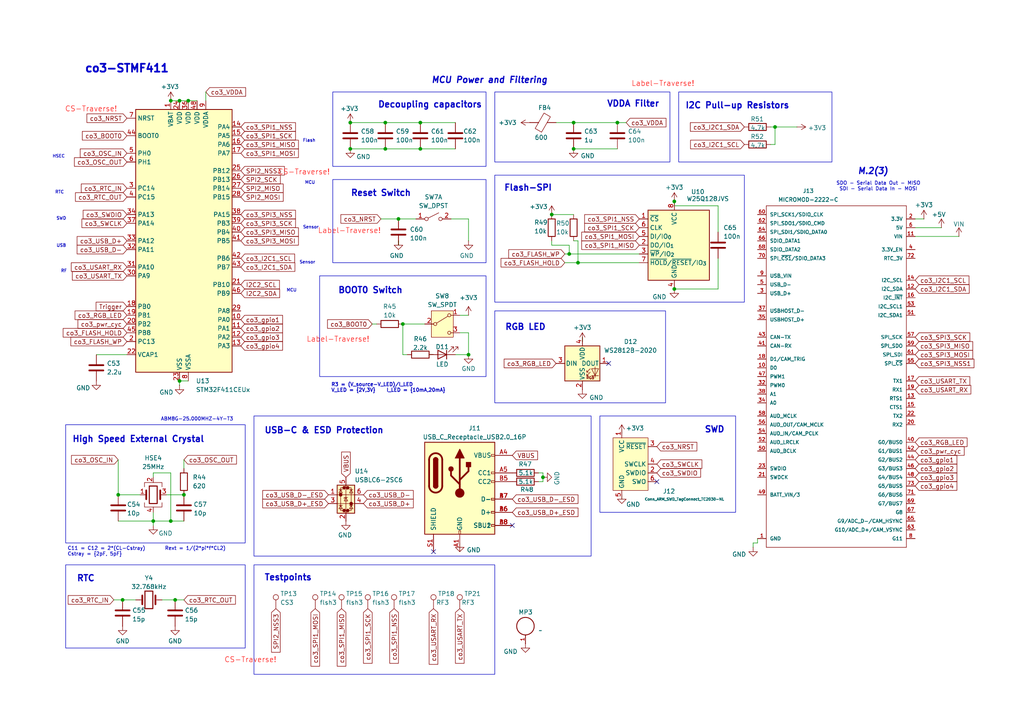
<source format=kicad_sch>
(kicad_sch (version 20250114) (generator "eeschema") (generator_version "9.0")
  (paper "A4")
  (rectangle (start 73.66 163.83) (end 143.51 195.58))
  (rectangle (start 96.52 52.07) (end 140.97 76.2))
  (rectangle (start 143.51 90.17) (end 193.04 116.84))
  (rectangle (start 92.71 80.01) (end 140.97 109.22))
  (rectangle (start 143.51 26.67) (end 194.31 46.99))
  (rectangle (start 19.05 163.83) (end 71.12 187.96))
  (rectangle (start 19.05 123.19) (end 71.12 157.48))
  (rectangle (start 143.51 50.8) (end 215.9 87.63))
  (rectangle (start 196.85 26.67) (end 241.3 46.99))
  (rectangle (start 173.99 120.65) (end 213.36 148.59))
  (rectangle (start 96.52 26.67) (end 140.97 48.26))
  (rectangle (start 73.66 120.65) (end 171.45 161.29))
  (text "Sensor" (at 90.17 66.04 0) (effects (font (size 0.889 0.889))))
  (text "co3-STMF411\n\n" (at 36.83 21.844 0) (effects (font (size 2.286 2.286) (thickness 0.508) (bold yes))))
  (text "USB\n" (at 17.78 71.374 0) (effects (font (size 0.889 0.889))))
  (text "Label-Traverse!\n" (at 192.278 24.384 0) (effects (font (size 1.524 1.524))))
  (text "CS-Traverse!\n" (at 88.138 50.038 0) (effects (font (size 1.524 1.524))))
  (text "SWD\n" (at 207.264 124.714 0) (effects (font (size 1.778 1.778) (thickness 0.3556) (bold yes))))
  (text "Decoupling capacitors\n" (at 124.714 30.48 0) (effects (font (size 1.778 1.778) (thickness 0.3556) (bold yes))))
  (text "CS-Traverse!\n" (at 72.644 191.516 0) (effects (font (size 1.524 1.524))))
  (text "Label-Traverse!\n" (at 101.346 67.056 0) (effects (font (size 1.524 1.524))))
  (text "Testpoints" (at 83.566 167.64 0) (effects (font (size 1.778 1.778) (thickness 0.3556) (bold yes))))
  (text "C11 = C12 = 2*(CL-Cstray)	Rext = 1/(2*pi*f*CL2)\nCstray = {2pF, 5pF}" (at 19.558 160.02 0) (effects (font (size 1.016 1.016) (thickness 0.1588)) (justify left)))
  (text "HSEC" (at 17.018 45.466 0) (effects (font (size 0.889 0.889))))
  (text "Sensor" (at 89.154 76.2 0) (effects (font (size 0.889 0.889))))
  (text "Flash-SPI" (at 153.162 54.61 0) (effects (font (size 1.778 1.778) (thickness 0.3556) (bold yes))))
  (text "BOOT0 Switch" (at 107.442 84.328 0) (effects (font (size 1.778 1.778) (thickness 0.3556) (bold yes))))
  (text "Reset Switch\n" (at 110.49 56.134 0) (effects (font (size 1.778 1.778) (thickness 0.3556) (bold yes))))
  (text "Label-Traverse!\n" (at 98.044 98.552 0) (effects (font (size 1.524 1.524))))
  (text "I2C Pull-up Resistors" (at 213.868 30.734 0) (effects (font (size 1.778 1.778) (thickness 0.3556) (bold yes))))
  (text "VDDA Filter\n" (at 183.642 30.226 0) (effects (font (size 1.778 1.778) (thickness 0.3556) (bold yes))))
  (text "High Speed External Crystal" (at 40.132 127.508 0) (effects (font (size 1.778 1.778) (thickness 0.3556) (bold yes))))
  (text "M.2(3)\n" (at 253.238 49.784 0) (effects (font (size 1.778 1.778) (thickness 0.3556) (bold yes) (italic yes))))
  (text "SWD" (at 17.78 63.5 0) (effects (font (size 0.889 0.889))))
  (text "Flash" (at 89.662 40.894 0) (effects (font (size 0.889 0.889))))
  (text "MCU" (at 89.916 53.086 0) (effects (font (size 0.889 0.889))))
  (text "RGB LED" (at 152.4 94.996 0) (effects (font (size 1.778 1.778) (thickness 0.3556) (bold yes))))
  (text "RF" (at 18.542 78.74 0) (effects (font (size 0.889 0.889))))
  (text "ABM8G-25.000MHZ-4Y-T3\n" (at 57.15 121.666 0) (effects (font (size 1.016 1.016) (thickness 0.1588))))
  (text "MCU Power and Filtering" (at 141.986 23.368 0) (effects (font (size 1.778 1.778) (thickness 0.3556) (bold yes) (italic yes))))
  (text "SDO - Serial Data Out - MISO\nSDI - Serial Data In - MOSI" (at 254.762 54.102 0) (effects (font (size 1.016 1.016))))
  (text "R3 = (V_source-V_LED)/I_LED\nV_LED = {2V,3V}	I_LED = {10mA,20mA}" (at 96.012 112.522 0) (effects (font (size 1.016 1.016) (thickness 0.2032) (bold yes)) (justify left)))
  (text "RTC\n" (at 24.892 167.894 0) (effects (font (size 1.778 1.778) (thickness 0.3556) (bold yes))))
  (text "CS-Traverse!\n" (at 26.416 31.75 0) (effects (font (size 1.524 1.524))))
  (text "RTC" (at 17.272 55.88 0) (effects (font (size 0.889 0.889))))
  (text "MCU" (at 84.582 84.328 0) (effects (font (size 0.889 0.889))))
  (text "USB-C & ESD Protection\n" (at 93.98 124.968 0) (effects (font (size 1.778 1.778) (thickness 0.3556) (bold yes))))
  (junction (at 135.89 102.87))
  (junction (at 35.56 173.99))
  (junction (at 44.45 151.13))
  (junction (at 224.79 36.83))
  (junction (at 50.8 173.99))
  (junction (at 160.02 62.23))
  (junction (at 52.07 29.21))
  (junction (at 121.92 43.18))
  (junction (at 195.58 83.82))
  (junction (at 195.58 58.42))
  (junction (at 101.6 35.56))
  (junction (at 157.48 138.43))
  (junction (at 101.6 43.18))
  (junction (at 53.34 143.51))
  (junction (at 121.92 35.56))
  (junction (at 167.64 76.2))
  (junction (at 115.57 63.5))
  (junction (at 111.76 35.56))
  (junction (at 52.07 110.49))
  (junction (at 49.53 151.13))
  (junction (at 49.53 29.21))
  (junction (at 165.1 73.66))
  (junction (at 166.37 35.56))
  (junction (at 54.61 29.21))
  (junction (at 111.76 43.18))
  (junction (at 179.07 35.56))
  (junction (at 34.29 143.51))
  (junction (at 166.37 43.18))
  (junction (at 116.84 93.98))
  (no_connect (at 148.59 152.4))
  (no_connect (at 176.53 105.41))
  (no_connect (at 125.73 160.02))
  (no_connect (at 190.5 139.7))
  (wire (pts (xy 121.92 35.56) (xy 132.08 35.56)))
  (wire (pts (xy 163.83 73.66) (xy 165.1 73.66)))
  (wire (pts (xy 135.89 96.52) (xy 135.89 102.87)))
  (wire (pts (xy 34.29 133.35) (xy 34.29 143.51)))
  (wire (pts (xy 49.53 151.13) (xy 53.34 151.13)))
  (wire (pts (xy 157.48 138.43) (xy 157.48 137.16)))
  (wire (pts (xy 224.79 36.83) (xy 231.14 36.83)))
  (wire (pts (xy 110.49 63.5) (xy 115.57 63.5)))
  (wire (pts (xy 44.45 137.16) (xy 49.53 137.16)))
  (wire (pts (xy 49.53 137.16) (xy 49.53 151.13)))
  (wire (pts (xy 181.61 35.56) (xy 179.07 35.56)))
  (wire (pts (xy 160.02 69.85) (xy 160.02 71.12)))
  (wire (pts (xy 116.84 93.98) (xy 116.84 102.87)))
  (wire (pts (xy 59.69 26.67) (xy 59.69 29.21)))
  (wire (pts (xy 180.34 125.73) (xy 180.34 124.46)))
  (wire (pts (xy 130.81 63.5) (xy 135.89 63.5)))
  (wire (pts (xy 160.02 62.23) (xy 166.37 62.23)))
  (wire (pts (xy 44.45 151.13) (xy 44.45 148.59)))
  (wire (pts (xy 218.44 157.48) (xy 218.44 158.75)))
  (wire (pts (xy 44.45 152.4) (xy 44.45 151.13)))
  (wire (pts (xy 208.28 74.93) (xy 208.28 83.82)))
  (wire (pts (xy 219.71 157.48) (xy 218.44 157.48)))
  (wire (pts (xy 52.07 111.76) (xy 52.07 110.49)))
  (wire (pts (xy 219.71 157.48) (xy 219.71 156.21)))
  (wire (pts (xy 167.64 69.85) (xy 167.64 76.2)))
  (wire (pts (xy 118.11 102.87) (xy 116.84 102.87)))
  (wire (pts (xy 115.57 63.5) (xy 120.65 63.5)))
  (wire (pts (xy 50.8 173.99) (xy 53.34 173.99)))
  (wire (pts (xy 34.29 143.51) (xy 40.64 143.51)))
  (wire (pts (xy 133.35 96.52) (xy 135.89 96.52)))
  (wire (pts (xy 165.1 73.66) (xy 185.42 73.66)))
  (wire (pts (xy 135.89 102.87) (xy 132.08 102.87)))
  (wire (pts (xy 135.89 63.5) (xy 135.89 69.85)))
  (wire (pts (xy 166.37 69.85) (xy 167.64 69.85)))
  (wire (pts (xy 57.15 29.21) (xy 54.61 29.21)))
  (wire (pts (xy 273.05 66.04) (xy 265.43 66.04)))
  (wire (pts (xy 135.89 91.44) (xy 133.35 91.44)))
  (wire (pts (xy 195.58 58.42) (xy 195.58 59.69)))
  (wire (pts (xy 161.29 35.56) (xy 166.37 35.56)))
  (wire (pts (xy 52.07 110.49) (xy 54.61 110.49)))
  (wire (pts (xy 195.58 59.69) (xy 208.28 59.69)))
  (wire (pts (xy 157.48 139.7) (xy 157.48 138.43)))
  (wire (pts (xy 224.79 41.91) (xy 224.79 36.83)))
  (wire (pts (xy 125.73 102.87) (xy 124.46 102.87)))
  (wire (pts (xy 208.28 83.82) (xy 195.58 83.82)))
  (wire (pts (xy 168.91 99.06) (xy 168.91 97.79)))
  (wire (pts (xy 101.6 35.56) (xy 111.76 35.56)))
  (wire (pts (xy 165.1 71.12) (xy 165.1 73.66)))
  (wire (pts (xy 52.07 29.21) (xy 49.53 29.21)))
  (wire (pts (xy 166.37 43.18) (xy 179.07 43.18)))
  (wire (pts (xy 46.99 173.99) (xy 50.8 173.99)))
  (wire (pts (xy 163.83 76.2) (xy 167.64 76.2)))
  (wire (pts (xy 35.56 173.99) (xy 39.37 173.99)))
  (wire (pts (xy 44.45 138.43) (xy 44.45 137.16)))
  (wire (pts (xy 224.79 41.91) (xy 223.52 41.91)))
  (wire (pts (xy 101.6 43.18) (xy 111.76 43.18)))
  (wire (pts (xy 111.76 43.18) (xy 121.92 43.18)))
  (wire (pts (xy 121.92 43.18) (xy 132.08 43.18)))
  (wire (pts (xy 267.97 63.5) (xy 265.43 63.5)))
  (wire (pts (xy 53.34 133.35) (xy 53.34 135.89)))
  (wire (pts (xy 54.61 29.21) (xy 52.07 29.21)))
  (wire (pts (xy 27.94 102.87) (xy 36.83 102.87)))
  (wire (pts (xy 157.48 137.16) (xy 156.21 137.16)))
  (wire (pts (xy 33.02 173.99) (xy 35.56 173.99)))
  (wire (pts (xy 224.79 36.83) (xy 223.52 36.83)))
  (wire (pts (xy 156.21 139.7) (xy 157.48 139.7)))
  (wire (pts (xy 208.28 59.69) (xy 208.28 67.31)))
  (wire (pts (xy 34.29 151.13) (xy 44.45 151.13)))
  (wire (pts (xy 116.84 93.98) (xy 123.19 93.98)))
  (wire (pts (xy 111.76 35.56) (xy 121.92 35.56)))
  (wire (pts (xy 180.34 143.51) (xy 180.34 144.78)))
  (wire (pts (xy 133.35 157.48) (xy 133.35 160.02)))
  (wire (pts (xy 48.26 143.51) (xy 53.34 143.51)))
  (wire (pts (xy 44.45 151.13) (xy 49.53 151.13)))
  (wire (pts (xy 115.57 69.85) (xy 115.57 71.12)))
  (wire (pts (xy 278.13 68.58) (xy 265.43 68.58)))
  (wire (pts (xy 166.37 35.56) (xy 179.07 35.56)))
  (wire (pts (xy 167.64 76.2) (xy 185.42 76.2)))
  (wire (pts (xy 107.95 93.98) (xy 109.22 93.98)))
  (wire (pts (xy 160.02 71.12) (xy 165.1 71.12)))
  (global_label "co3_RTC_IN" (shape input) (at 36.83 54.61 180) (property "Intersheetrefs" "${INTERSHEET_REFS}" (effects (hide yes))))
  (global_label "co3_SPI3_NSS" (shape input) (at 69.85 62.23 0) (property "Intersheetrefs" "${INTERSHEET_REFS}" (effects (hide yes))))
  (global_label "co3_USART_RX" (shape input) (at 36.83 77.47 180) (property "Intersheetrefs" "${INTERSHEET_REFS}" (effects (hide yes))))
  (global_label "co3_SPI1_SCK" (shape input) (at 185.42 66.04 180) (property "Intersheetrefs" "${INTERSHEET_REFS}" (effects (hide yes))))
  (global_label "co3_SPI1_SCK" (shape input) (at 69.85 39.37 0) (effects (font (thickness 0.1588))) (property "Intersheetrefs" "${INTERSHEET_REFS}" (effects (hide yes))))
  (global_label "I2C2_SDA" (shape input) (at 69.85 85.09 0) (property "Intersheetrefs" "${INTERSHEET_REFS}" (effects (hide yes))))
  (global_label "co3_SPI3_MOSI" (shape input) (at 69.85 69.85 0) (property "Intersheetrefs" "${INTERSHEET_REFS}" (effects (hide yes))))
  (global_label "co3_SPI1_MISO" (shape input) (at 99.06 176.53 270) (property "Intersheetrefs" "${INTERSHEET_REFS}" (effects (hide yes))))
  (global_label "co3_USB_D+" (shape input) (at 36.83 69.85 180) (property "Intersheetrefs" "${INTERSHEET_REFS}" (effects (hide yes))))
  (global_label "co3_I2C1_SDA" (shape input) (at 69.85 77.47 0) (property "Intersheetrefs" "${INTERSHEET_REFS}" (effects (hide yes))))
  (global_label "co3_SPI1_SCK" (shape input) (at 106.68 176.53 270) (property "Intersheetrefs" "${INTERSHEET_REFS}" (effects (hide yes))))
  (global_label "co3_FLASH_HOLD" (shape input) (at 36.83 96.52 180) (property "Intersheetrefs" "${INTERSHEET_REFS}" (effects (hide yes))))
  (global_label "co3_I2C1_SCL" (shape input) (at 265.43 81.28 0) (property "Intersheetrefs" "${INTERSHEET_REFS}" (effects (hide yes))))
  (global_label "co3_USART_RX" (shape input) (at 265.43 113.03 0) (property "Intersheetrefs" "${INTERSHEET_REFS}" (effects (hide yes))))
  (global_label "co3_RGB_LED" (shape input) (at 265.43 128.27 0) (property "Intersheetrefs" "${INTERSHEET_REFS}" (effects (hide yes))))
  (global_label "co3_VDDA" (shape input) (at 59.69 26.67 0) (property "Intersheetrefs" "${INTERSHEET_REFS}" (effects (hide yes))))
  (global_label "co3_USB_D-_ESD" (shape input) (at 95.25 143.51 180) (effects (font (thickness 0.1588))) (property "Intersheetrefs" "${INTERSHEET_REFS}" (effects (hide yes))))
  (global_label "co3_NRST" (shape input) (at 190.5 129.54 0) (property "Intersheetrefs" "${INTERSHEET_REFS}" (effects (hide yes))))
  (global_label "co3_VDDA" (shape input) (at 181.61 35.56 0) (property "Intersheetrefs" "${INTERSHEET_REFS}" (effects (hide yes))))
  (global_label "co3_RTC_IN" (shape input) (at 33.02 173.99 180) (property "Intersheetrefs" "${INTERSHEET_REFS}" (effects (hide yes))))
  (global_label "Trigger" (shape input) (at 36.83 88.9 180) (property "Intersheetrefs" "${INTERSHEET_REFS}" (effects (hide yes))))
  (global_label "co3_pwr_cyc" (shape input) (at 36.83 93.98 180) (property "Intersheetrefs" "${INTERSHEET_REFS}" (effects (hide yes))))
  (global_label "co3_SPI1_MOSI" (shape input) (at 91.44 176.53 270) (property "Intersheetrefs" "${INTERSHEET_REFS}" (effects (hide yes))))
  (global_label "co3_USART_TX" (shape input) (at 265.43 110.49 0) (property "Intersheetrefs" "${INTERSHEET_REFS}" (effects (hide yes))))
  (global_label "VBUS" (shape input) (at 148.59 132.08 0) (effects (font (thickness 0.1588))) (property "Intersheetrefs" "${INTERSHEET_REFS}" (effects (hide yes))))
  (global_label "VBUS" (shape input) (at 100.33 138.43 90) (effects (font (thickness 0.1588))) (property "Intersheetrefs" "${INTERSHEET_REFS}" (effects (hide yes))))
  (global_label "co3_gpio1" (shape input) (at 265.43 133.35 0) (effects (font (thickness 0.1588))) (property "Intersheetrefs" "${INTERSHEET_REFS}" (effects (hide yes))))
  (global_label "co3_SPI1_MOSI" (shape input) (at 69.85 44.45 0) (property "Intersheetrefs" "${INTERSHEET_REFS}" (effects (hide yes))))
  (global_label "SPI2_NSS3" (shape input) (at 80.01 176.53 270) (property "Intersheetrefs" "${INTERSHEET_REFS}" (effects (hide yes))))
  (global_label "co3_OSC_OUT" (shape input) (at 36.83 46.99 180) (property "Intersheetrefs" "${INTERSHEET_REFS}" (effects (hide yes))))
  (global_label "co3_USB_D-" (shape input) (at 105.41 143.51 0) (property "Intersheetrefs" "${INTERSHEET_REFS}" (effects (hide yes))))
  (global_label "co3_USB_D-" (shape input) (at 36.83 72.39 180) (property "Intersheetrefs" "${INTERSHEET_REFS}" (effects (hide yes))))
  (global_label "co3_gpio1" (shape input) (at 69.85 92.71 0) (effects (font (thickness 0.1588))) (property "Intersheetrefs" "${INTERSHEET_REFS}" (effects (hide yes))))
  (global_label "co3_SPI3_MISO" (shape input) (at 69.85 67.31 0) (property "Intersheetrefs" "${INTERSHEET_REFS}" (effects (hide yes))))
  (global_label "co3_OSC_IN" (shape input) (at 36.83 44.45 180) (property "Intersheetrefs" "${INTERSHEET_REFS}" (effects (hide yes))))
  (global_label "co3_SWCLK" (shape input) (at 36.83 64.77 180) (property "Intersheetrefs" "${INTERSHEET_REFS}" (effects (hide yes))))
  (global_label "co3_USB_D+" (shape input) (at 105.41 146.05 0) (property "Intersheetrefs" "${INTERSHEET_REFS}" (effects (hide yes))))
  (global_label "co3_I2C1_SCL" (shape input) (at 69.85 74.93 0) (property "Intersheetrefs" "${INTERSHEET_REFS}" (effects (hide yes))))
  (global_label "co3_gpio4" (shape input) (at 69.85 100.33 0) (effects (font (thickness 0.1588))) (property "Intersheetrefs" "${INTERSHEET_REFS}" (effects (hide yes))))
  (global_label "co3_NRST" (shape input) (at 36.83 34.29 180) (property "Intersheetrefs" "${INTERSHEET_REFS}" (effects (hide yes))))
  (global_label "co3_FLASH_WP" (shape input) (at 163.83 73.66 180) (property "Intersheetrefs" "${INTERSHEET_REFS}" (effects (hide yes))))
  (global_label "co3_SPI3_NSS1" (shape input) (at 265.43 105.41 0) (effects (font (thickness 0.1588))) (property "Intersheetrefs" "${INTERSHEET_REFS}" (effects (hide yes))))
  (global_label "co3_gpio4" (shape input) (at 265.43 140.97 0) (effects (font (thickness 0.1588))) (property "Intersheetrefs" "${INTERSHEET_REFS}" (effects (hide yes))))
  (global_label "SPI2_MISO" (shape input) (at 69.85 54.61 0) (property "Intersheetrefs" "${INTERSHEET_REFS}" (effects (hide yes))))
  (global_label "co3_gpio3" (shape input) (at 69.85 97.79 0) (effects (font (thickness 0.1588))) (property "Intersheetrefs" "${INTERSHEET_REFS}" (effects (hide yes))))
  (global_label "co3_SWDIO" (shape input) (at 190.5 137.16 0) (property "Intersheetrefs" "${INTERSHEET_REFS}" (effects (hide yes))))
  (global_label "co3_RGB_LED" (shape input) (at 36.83 91.44 180) (property "Intersheetrefs" "${INTERSHEET_REFS}" (effects (hide yes))))
  (global_label "co3_USART_TX" (shape input) (at 133.35 176.53 270) (property "Intersheetrefs" "${INTERSHEET_REFS}" (effects (hide yes))))
  (global_label "co3_NRST" (shape input) (at 110.49 63.5 180) (property "Intersheetrefs" "${INTERSHEET_REFS}" (effects (hide yes))))
  (global_label "co3_I2C1_SCL" (shape input) (at 215.9 41.91 180) (property "Intersheetrefs" "${INTERSHEET_REFS}" (effects (hide yes))))
  (global_label "I2C2_SCL" (shape input) (at 69.85 82.55 0) (property "Intersheetrefs" "${INTERSHEET_REFS}" (effects (hide yes))))
  (global_label "co3_RTC_OUT" (shape input) (at 53.34 173.99 0) (property "Intersheetrefs" "${INTERSHEET_REFS}" (effects (hide yes))))
  (global_label "co3_USB_D-_ESD" (shape input) (at 148.59 144.78 0) (effects (font (thickness 0.1588))) (property "Intersheetrefs" "${INTERSHEET_REFS}" (effects (hide yes))))
  (global_label "co3_gpio3" (shape input) (at 265.43 138.43 0) (effects (font (thickness 0.1588))) (property "Intersheetrefs" "${INTERSHEET_REFS}" (effects (hide yes))))
  (global_label "co3_SPI1_NSS" (shape input) (at 69.85 36.83 0) (effects (font (thickness 0.1588))) (property "Intersheetrefs" "${INTERSHEET_REFS}" (effects (hide yes))))
  (global_label "co3_I2C1_SDA" (shape input) (at 215.9 36.83 180) (effects (font (thickness 0.1588))) (property "Intersheetrefs" "${INTERSHEET_REFS}" (effects (hide yes))))
  (global_label "co3_USB_D+_ESD" (shape input) (at 95.25 146.05 180) (effects (font (thickness 0.1588))) (property "Intersheetrefs" "${INTERSHEET_REFS}" (effects (hide yes))))
  (global_label "co3_FLASH_HOLD" (shape input) (at 163.83 76.2 180) (property "Intersheetrefs" "${INTERSHEET_REFS}" (effects (hide yes))))
  (global_label "co3_BOOT0" (shape input) (at 36.83 39.37 180) (property "Intersheetrefs" "${INTERSHEET_REFS}" (effects (hide yes))))
  (global_label "co3_SPI3_SCK" (shape input) (at 69.85 64.77 0) (property "Intersheetrefs" "${INTERSHEET_REFS}" (effects (hide yes))))
  (global_label "co3_OSC_OUT" (shape input) (at 53.34 133.35 0) (property "Intersheetrefs" "${INTERSHEET_REFS}" (effects (hide yes))))
  (global_label "co3_RGB_LED" (shape input) (at 161.29 105.41 180) (effects (font (thickness 0.1588))) (property "Intersheetrefs" "${INTERSHEET_REFS}" (effects (hide yes))))
  (global_label "co3_SWDIO" (shape input) (at 36.83 62.23 180) (property "Intersheetrefs" "${INTERSHEET_REFS}" (effects (hide yes))))
  (global_label "co3_SPI1_MOSI" (shape input) (at 185.42 68.58 180) (property "Intersheetrefs" "${INTERSHEET_REFS}" (effects (hide yes))))
  (global_label "co3_USB_D+_ESD" (shape input) (at 148.59 148.59 0) (effects (font (thickness 0.1588))) (property "Intersheetrefs" "${INTERSHEET_REFS}" (effects (hide yes))))
  (global_label "co3_SWCLK" (shape input) (at 190.5 134.62 0) (property "Intersheetrefs" "${INTERSHEET_REFS}" (effects (hide yes))))
  (global_label "co3_gpio2" (shape input) (at 69.85 95.25 0) (effects (font (thickness 0.1588))) (property "Intersheetrefs" "${INTERSHEET_REFS}" (effects (hide yes))))
  (global_label "co3_pwr_cyc" (shape input) (at 265.43 130.81 0) (property "Intersheetrefs" "${INTERSHEET_REFS}" (effects (hide yes))))
  (global_label "co3_SPI1_NSS" (shape input) (at 185.42 63.5 180) (property "Intersheetrefs" "${INTERSHEET_REFS}" (effects (hide yes))))
  (global_label "co3_SPI1_MISO" (shape input) (at 69.85 41.91 0) (property "Intersheetrefs" "${INTERSHEET_REFS}" (effects (hide yes))))
  (global_label "SPI2_NSS3" (shape input) (at 69.85 49.53 0) (property "Intersheetrefs" "${INTERSHEET_REFS}" (effects (hide yes))))
  (global_label "co3_SPI3_MOSI" (shape input) (at 265.43 102.87 0) (property "Intersheetrefs" "${INTERSHEET_REFS}" (effects (hide yes))))
  (global_label "SPI2_SCK" (shape input) (at 69.85 52.07 0) (property "Intersheetrefs" "${INTERSHEET_REFS}" (effects (hide yes))))
  (global_label "co3_RTC_OUT" (shape input) (at 36.83 57.15 180) (property "Intersheetrefs" "${INTERSHEET_REFS}" (effects (hide yes))))
  (global_label "co3_I2C1_SDA" (shape input) (at 265.43 83.82 0) (property "Intersheetrefs" "${INTERSHEET_REFS}" (effects (hide yes))))
  (global_label "co3_USART_RX" (shape input) (at 125.73 176.53 270) (property "Intersheetrefs" "${INTERSHEET_REFS}" (effects (hide yes))))
  (global_label "co3_FLASH_WP" (shape input) (at 36.83 99.06 180) (property "Intersheetrefs" "${INTERSHEET_REFS}" (effects (hide yes))))
  (global_label "co3_USART_TX" (shape input) (at 36.83 80.01 180) (property "Intersheetrefs" "${INTERSHEET_REFS}" (effects (hide yes))))
  (global_label "co3_SPI1_NSS" (shape input) (at 114.3 176.53 270) (property "Intersheetrefs" "${INTERSHEET_REFS}" (effects (hide yes))))
  (global_label "co3_SPI3_MISO" (shape input) (at 265.43 100.33 0) (property "Intersheetrefs" "${INTERSHEET_REFS}" (effects (hide yes))))
  (global_label "co3_OSC_IN" (shape input) (at 34.29 133.35 180) (property "Intersheetrefs" "${INTERSHEET_REFS}" (effects (hide yes))))
  (global_label "co3_gpio2" (shape input) (at 265.43 135.89 0) (effects (font (thickness 0.1588))) (property "Intersheetrefs" "${INTERSHEET_REFS}" (effects (hide yes))))
  (global_label "co3_SPI3_SCK" (shape input) (at 265.43 97.79 0) (effects (font (thickness 0.1588))) (property "Intersheetrefs" "${INTERSHEET_REFS}" (effects (hide yes))))
  (global_label "co3_BOOT0" (shape input) (at 107.95 93.98 180) (effects (font (thickness 0.1588))) (property "Intersheetrefs" "${INTERSHEET_REFS}" (effects (hide yes))))
  (global_label "SPI2_MOSI" (shape input) (at 69.85 57.15 0) (property "Intersheetrefs" "${INTERSHEET_REFS}" (effects (hide yes))))
  (global_label "co3_SPI1_MISO" (shape input) (at 185.42 71.12 180) (property "Intersheetrefs" "${INTERSHEET_REFS}" (effects (hide yes))))
  (symbol (lib_id "power:GND") (at 168.91 113.03 0) (unit 1)
    (property "Reference" "#PWR0117" (effects (hide yes)))
    (property "Value" "GND" (at 172.974 115.316 0))
    (property "Description" "Power symbol creates a global label with name \"GND\" , ground" (effects (hide yes)))
  )
  (symbol (lib_id "WA-SMSI_9774XXX151:WA-SMSI_9774XXX151") (at 152.4 181.61 90) (unit 1)
    (property "Reference" "MP3" (at 150.368 177.546 90) (effects (justify right)))
    (property "Value" "~" (at 156.21 182.88 90) (effects (justify right)))
    (property "Footprint" "WA-SMSI_9774XXX151:WA-SMSI_9774025151" (effects (hide yes)))
    (property "Check_prices" "https://www.snapeda.com/parts/9774025151R/W%25C3%25BCrth+Elektronik+Midcom/view-part/?ref=eda" (effects (hide yes)))
    (property "MF" "Würth Elektronik" (effects (hide yes)))
    (property "THREAD" "M2.5" (effects (hide yes)))
    (property "INNER-DIAMETER" "3.5mm" (effects (hide yes)))
    (property "Package" "None" (effects (hide yes)))
    (property "Price" "None" (effects (hide yes)))
    (property "PIN-LENGTH" "2.5mm" (effects (hide yes)))
    (property "INNER-THREAD-LENGTH" "-" (effects (hide yes)))
    (property "VALUE" "M2.5 x 2.5mm" (effects (hide yes)))
    (property "Availability" "In Stock" (effects (hide yes)))
    (property "SnapEDA_Link" "https://www.snapeda.com/parts/9774025151R/W%25C3%25BCrth+Elektronik+Midcom/view-part/?ref=snap" (effects (hide yes)))
    (property "DATASHEET-URL" "https://www.we-online.com/catalog/datasheet/9774025151R.pdf" (effects (hide yes)))
    (property "MP" "9774025151R" (effects (hide yes)))
    (property "PART-NUMBER" "9774025151R" (effects (hide yes)))
    (property "OUTER-DIAMETER" "5.1mm" (effects (hide yes)))
    (property "Description_1" "Round Standoff Threaded M2.5x0.45 Steel 0.098 (2.50mm) -" (effects (hide yes)))
  )
  (symbol (lib_id "power:GND") (at 180.34 143.51 0) (unit 1)
    (property "Reference" "#PWR0119" (effects (hide yes)))
    (property "Value" "GND" (at 183.642 146.304 0))
    (property "Description" "Power symbol creates a global label with name \"GND\" , ground" (effects (hide yes)))
  )
  (symbol (lib_id "power:+3V3") (at 101.6 35.56 0) (unit 1)
    (property "Reference" "#PWR0105" (effects (hide yes)))
    (property "Value" "+3V3" (at 101.346 31.496 0))
    (property "Description" "Power symbol creates a global label with name \"+3V3\"" (effects (hide yes)))
  )
  (symbol (lib_id "power:GND") (at 133.35 157.48 0) (unit 1)
    (property "Reference" "#PWR0108" (effects (hide yes)))
    (property "Value" "GND" (at 139.446 159.512 0) (effects (justify right)))
    (property "Description" "Power symbol creates a global label with name \"GND\" , ground" (effects (hide yes)))
  )
  (symbol (lib_id "Device:R") (at 53.34 139.7 0) (unit 1)
    (property "Reference" "R44" (at 55.88 138.4299 0) (effects (justify left)))
    (property "Value" "620" (at 55.88 140.9699 0) (effects (justify left)))
    (property "Footprint" "Resistor_SMD:R_0402_1005Metric" (effects (hide yes)))
    (property "Description" "Resistor" (effects (hide yes)))
  )
  (symbol (lib_id "power:GND") (at 195.58 83.82 0) (unit 1)
    (property "Reference" "#PWR0121" (effects (hide yes)))
    (property "Value" "GND" (at 191.262 86.106 0))
    (property "Description" "Power symbol creates a global label with name \"GND\" , ground" (effects (hide yes)))
  )
  (symbol (lib_id "Device:R") (at 152.4 137.16 270) (unit 1)
    (property "Reference" "R47" (at 150.368 134.62 90) (effects (justify left)))
    (property "Value" "5.1k" (at 150.368 137.16 90) (effects (justify left)))
    (property "Footprint" "Resistor_SMD:R_0402_1005Metric" (effects (hide yes)))
    (property "Description" "Resistor" (effects (hide yes)))
  )
  (symbol (lib_id "Device:C") (at 121.92 39.37 0) (unit 1)
    (property "Reference" "C61" (at 124.968 38.1 0) (effects (justify left)))
    (property "Value" "100n" (at 124.968 40.64 0) (effects (justify left)))
    (property "Footprint" "Capacitor_SMD:C_0402_1005Metric" (effects (hide yes)))
    (property "Description" "Unpolarized capacitor" (effects (hide yes)))
  )
  (symbol (lib_id "Memory_Flash:W25Q128JVS") (at 195.58 71.12 0) (unit 1)
    (property "Reference" "U10" (at 200.406 55.626 0) (effects (justify left)))
    (property "Value" "W25Q128JVS" (at 199.136 57.658 0) (effects (justify left)))
    (property "Footprint" "Package_SO:SOIC-8_5.3x5.3mm_P1.27mm" (effects (hide yes)))
    (property "Datasheet" "https://www.winbond.com/resource-files/w25q128jv_dtr%20revc%2003272018%20plus.pdf" (effects (hide yes)))
    (property "Description" "128Mbit / 16MiB Serial Flash Memory, Standard/Dual/Quad SPI, 2.7-3.6V, SOIC-8" (effects (hide yes)))
  )
  (symbol (lib_id "Device:C") (at 166.37 39.37 0) (unit 1)
    (property "Reference" "C63" (at 169.418 38.1 0) (effects (justify left)))
    (property "Value" "1u" (at 169.418 40.64 0) (effects (justify left)))
    (property "Footprint" "Capacitor_SMD:C_0603_1608Metric" (effects (hide yes)))
    (property "Description" "Unpolarized capacitor" (effects (hide yes)))
  )
  (symbol (lib_id "power:GND") (at 157.48 138.43 90) (unit 1)
    (property "Reference" "#PWR0113" (effects (hide yes)))
    (property "Value" "GND" (at 161.544 136.652 0) (effects (justify right)))
    (property "Description" "Power symbol creates a global label with name \"GND\" , ground" (effects (hide yes)))
  )
  (symbol (lib_id "power:GND") (at 101.6 43.18 0) (unit 1)
    (property "Reference" "#PWR0106" (effects (hide yes)))
    (property "Value" "GND" (at 105.41 45.466 0))
    (property "Description" "Power symbol creates a global label with name \"GND\" , ground" (effects (hide yes)))
  )
  (symbol (lib_id "power:+3V3") (at 273.05 66.04 0) (unit 1)
    (property "Reference" "#PWR0125" (effects (hide yes)))
    (property "Value" "+5V" (at 272.288 62.23 0))
    (property "Description" "Power symbol creates a global label with name \"+3V3\"" (effects (hide yes)))
  )
  (symbol (lib_id "Connector:TestPoint") (at 106.68 176.53 0) (unit 1)
    (property "Reference" "TP16" (at 107.95 172.212 0) (effects (justify left)))
    (property "Value" "flsh3" (at 107.95 174.752 0) (effects (justify left)))
    (property "Footprint" "TestPoint:TestPoint_Pad_D1.0mm" (effects (hide yes)))
    (property "Description" "test point" (effects (hide yes)))
  )
  (symbol (lib_id "power:+3V3") (at 231.14 36.83 270) (unit 1)
    (property "Reference" "#PWR0123" (effects (hide yes)))
    (property "Value" "+3V3" (at 236.982 37.084 90))
    (property "Description" "Power symbol creates a global label with name \"+3V3\"" (effects (hide yes)))
  )
  (symbol (lib_id "Device:C") (at 179.07 39.37 0) (unit 1)
    (property "Reference" "C64" (at 182.118 38.1 0) (effects (justify left)))
    (property "Value" "100n" (at 182.118 40.64 0) (effects (justify left)))
    (property "Footprint" "Capacitor_SMD:C_0402_1005Metric" (effects (hide yes)))
    (property "Description" "Unpolarized capacitor" (effects (hide yes)))
  )
  (symbol (lib_id "Connector:Conn_ARM_SWD_TagConnect_TC2030-NL") (at 182.88 134.62 0) (unit 1) (in_bom no)
    (property "Reference" "J12" (at 195.834 142.494 0) (effects (justify right)))
    (property "Value" "Conn_ARM_SWD_TagConnect_TC2030-NL" (at 210.058 144.78 0) (effects (font (size 0.762 0.762)) (justify right)))
    (property "Footprint" "Connector:Tag-Connect_TC2030-IDC-NL_2x03_P1.27mm_Vertical" (effects (hide yes)))
    (property "Datasheet" "https://www.tag-connect.com/wp-content/uploads/bsk-pdf-manager/TC2030-CTX_1.pdf" (effects (hide yes)))
    (property "Description" "Tag-Connect ARM Cortex SWD JTAG connector, 6 pin, no legs" (effects (hide yes)))
  )
  (symbol (lib_id "Connector:TestPoint") (at 91.44 176.53 0) (unit 1)
    (property "Reference" "TP14" (at 92.71 172.212 0) (effects (justify left)))
    (property "Value" "flsh3" (at 92.71 174.752 0) (effects (justify left)))
    (property "Footprint" "TestPoint:TestPoint_Pad_D1.0mm" (effects (hide yes)))
    (property "Description" "test point" (effects (hide yes)))
  )
  (symbol (lib_id "power:+3V3") (at 267.97 63.5 0) (unit 1)
    (property "Reference" "#PWR0124" (effects (hide yes)))
    (property "Value" "+3V3" (at 267.97 59.436 0))
    (property "Description" "Power symbol creates a global label with name \"+3V3\"" (effects (hide yes)))
  )
  (symbol (lib_id "power:+3V3") (at 153.67 35.56 90) (unit 1)
    (property "Reference" "#PWR0112" (effects (hide yes)))
    (property "Value" "+3V3" (at 149.86 35.5599 90) (effects (justify left)))
    (property "Description" "Power symbol creates a global label with name \"+3V3\"" (effects (hide yes)))
  )
  (symbol (lib_id "Device:C") (at 111.76 39.37 0) (unit 1)
    (property "Reference" "C59" (at 114.808 38.1 0) (effects (justify left)))
    (property "Value" "100n" (at 114.808 40.64 0) (effects (justify left)))
    (property "Footprint" "Capacitor_SMD:C_0402_1005Metric" (effects (hide yes)))
    (property "Description" "Unpolarized capacitor" (effects (hide yes)))
  )
  (symbol (lib_id "Switch:SW_DPST_x2") (at 125.73 63.5 0) (unit 1)
    (property "Reference" "SW7" (at 125.73 57.15 0))
    (property "Value" "SW_DPST" (at 125.73 59.69 0))
    (property "Footprint" "Button_Switch_SMD:SW_SPST_B3U-1000P" (effects (hide yes)))
    (property "Description" "Single Pole Single Throw (SPST) switch, separate symbol" (effects (hide yes)))
  )
  (symbol (lib_id "Device:R") (at 113.03 93.98 90) (unit 1)
    (property "Reference" "R45" (at 113.03 88.9 90))
    (property "Value" "10k" (at 113.03 91.44 90))
    (property "Footprint" "Resistor_SMD:R_0402_1005Metric" (effects (hide yes)))
    (property "Description" "Resistor" (effects (hide yes)))
  )
  (symbol (lib_id "power:+3V3") (at 278.13 68.58 0) (unit 1)
    (property "Reference" "#PWR0126" (effects (hide yes)))
    (property "Value" "VIN" (at 278.13 65.024 0))
    (property "Description" "Power symbol creates a global label with name \"+3V3\"" (effects (hide yes)))
  )
  (symbol (lib_id "power:GND") (at 50.8 181.61 0) (unit 1)
    (property "Reference" "#PWR0102" (effects (hide yes)))
    (property "Value" "GND" (at 50.8 185.928 0))
    (property "Description" "Power symbol creates a global label with name \"GND\" , ground" (effects (hide yes)))
  )
  (symbol (lib_id "Connector:TestPoint") (at 125.73 176.53 0) (unit 1)
    (property "Reference" "TP18" (at 127 172.212 0) (effects (justify left)))
    (property "Value" "RF3" (at 126.492 174.752 0) (effects (justify left)))
    (property "Footprint" "TestPoint:TestPoint_Pad_D1.0mm" (effects (hide yes)))
    (property "Description" "test point" (effects (hide yes)))
  )
  (symbol (lib_id "power:+3V3") (at 195.58 58.42 0) (unit 1)
    (property "Reference" "#PWR0120" (effects (hide yes)))
    (property "Value" "+3V3" (at 195.58 54.356 0))
    (property "Description" "Power symbol creates a global label with name \"+3V3\"" (effects (hide yes)))
  )
  (symbol (lib_id "LED:WS2812B-2020") (at 168.91 105.41 0) (unit 1)
    (property "Reference" "D12" (at 182.88 99.0914 0))
    (property "Value" "WS2812B-2020" (at 182.88 101.6314 0))
    (property "Footprint" "LED_SMD:LED_WS2812B-2020_PLCC4_2.0x2.0mm" (effects (hide yes)))
    (property "Datasheet" "https://cdn-shop.adafruit.com/product-files/4684/4684_WS2812B-2020_V1.3_EN.pdf" (effects (hide yes)))
    (property "Description" "RGB LED with integrated controller, 2.0 x 2.0 mm, 12 mA" (effects (hide yes)))
  )
  (symbol (lib_id "power:GND") (at 27.94 110.49 0) (unit 1)
    (property "Reference" "#PWR098" (effects (hide yes)))
    (property "Value" "GND" (at 24.13 112.522 0))
    (property "Description" "Power symbol creates a global label with name \"GND\" , ground" (effects (hide yes)))
  )
  (symbol (lib_id "Device:R") (at 160.02 66.04 0) (unit 1)
    (property "Reference" "R49" (at 154.94 64.516 0) (effects (justify left)))
    (property "Value" "10k" (at 154.94 67.056 0) (effects (justify left)))
    (property "Footprint" "Resistor_SMD:R_0402_1005Metric" (effects (hide yes)))
    (property "Description" "Resistor" (effects (hide yes)))
  )
  (symbol (lib_id "Device:C") (at 53.34 147.32 0) (unit 1)
    (property "Reference" "C57" (at 56.134 146.304 0) (effects (justify left)))
    (property "Value" "10p" (at 56.134 148.844 0) (effects (justify left)))
    (property "Footprint" "Capacitor_SMD:C_0402_1005Metric" (effects (hide yes)))
    (property "Description" "Unpolarized capacitor" (effects (hide yes)))
  )
  (symbol (lib_id "power:+3V3") (at 180.34 125.73 0) (unit 1)
    (property "Reference" "#PWR0118" (effects (hide yes)))
    (property "Value" "+3V3" (at 184.15 124.206 0))
    (property "Description" "Power symbol creates a global label with name \"+3V3\"" (effects (hide yes)))
  )
  (symbol (lib_id "power:GND") (at 52.07 111.76 0) (unit 1)
    (property "Reference" "#PWR0103" (effects (hide yes)))
    (property "Value" "GND" (at 48.26 113.792 0))
    (property "Description" "Power symbol creates a global label with name \"GND\" , ground" (effects (hide yes)))
  )
  (symbol (lib_id "power:GND") (at 100.33 151.13 0) (unit 1)
    (property "Reference" "#PWR0104" (effects (hide yes)))
    (property "Value" "GND" (at 102.108 155.194 0) (effects (justify right)))
    (property "Description" "Power symbol creates a global label with name \"GND\" , ground" (effects (hide yes)))
  )
  (symbol (lib_id "Device:R") (at 152.4 139.7 270) (unit 1)
    (property "Reference" "R48" (at 150.876 141.986 90) (effects (justify left)))
    (property "Value" "5.1k" (at 150.368 139.7 90) (effects (justify left)))
    (property "Footprint" "Resistor_SMD:R_0402_1005Metric" (effects (hide yes)))
    (property "Description" "Resistor" (effects (hide yes)))
  )
  (symbol (lib_id "Device:C") (at 115.57 67.31 0) (unit 1)
    (property "Reference" "C60" (at 118.872 66.548 0) (effects (justify left)))
    (property "Value" "100n" (at 118.872 69.088 0) (effects (justify left)))
    (property "Footprint" "Capacitor_SMD:C_0402_1005Metric" (effects (hide yes)))
    (property "Description" "Unpolarized capacitor" (effects (hide yes)))
  )
  (symbol (lib_id "Connector:TestPoint") (at 133.35 176.53 0) (unit 1)
    (property "Reference" "TP21" (at 134.62 172.212 0) (effects (justify left)))
    (property "Value" "RF3" (at 133.858 174.752 0) (effects (justify left)))
    (property "Footprint" "TestPoint:TestPoint_Pad_D1.0mm" (effects (hide yes)))
    (property "Description" "test point" (effects (hide yes)))
  )
  (symbol (lib_id "power:+3V3") (at 135.89 91.44 0) (unit 1)
    (property "Reference" "#PWR0110" (effects (hide yes)))
    (property "Value" "+3V3" (at 135.89 86.36 0))
    (property "Description" "Power symbol creates a global label with name \"+3V3\"" (effects (hide yes)))
  )
  (symbol (lib_id "Device:C") (at 34.29 147.32 0) (unit 1)
    (property "Reference" "C54" (at 36.83 146.304 0) (effects (justify left)))
    (property "Value" "10p" (at 36.83 148.844 0) (effects (justify left)))
    (property "Footprint" "Capacitor_SMD:C_0402_1005Metric" (effects (hide yes)))
    (property "Description" "Unpolarized capacitor" (effects (hide yes)))
  )
  (symbol (lib_id "power:GND") (at 135.89 69.85 0) (unit 1)
    (property "Reference" "#PWR0109" (effects (hide yes)))
    (property "Value" "GND" (at 137.414 74.168 0) (effects (justify right)))
    (property "Description" "Power symbol creates a global label with name \"GND\" , ground" (effects (hide yes)))
  )
  (symbol (lib_id "Device:C") (at 27.94 106.68 0) (unit 1)
    (property "Reference" "C53" (at 30.988 105.41 0) (effects (justify left)))
    (property "Value" "2.2u" (at 30.988 107.95 0) (effects (justify left)))
    (property "Footprint" "Capacitor_SMD:C_0603_1608Metric" (effects (hide yes)))
    (property "Description" "Unpolarized capacitor" (effects (hide yes)))
  )
  (symbol (lib_id "Switch:SW_SPDT") (at 128.27 93.98 0) (unit 1)
    (property "Reference" "SW8" (at 128.27 85.852 0))
    (property "Value" "SW_SPDT" (at 128.27 88.392 0))
    (property "Footprint" "CJS-1200TA:SW_CJS-1200TA" (effects (hide yes)))
    (property "Description" "Switch, single pole double throw" (effects (hide yes)))
  )
  (symbol (lib_id "Device:R") (at 219.71 41.91 270) (unit 1)
    (property "Reference" "R52" (at 217.678 39.624 90) (effects (justify left)))
    (property "Value" "4.7k" (at 217.678 42.164 90) (effects (justify left)))
    (property "Footprint" "Resistor_SMD:R_0402_1005Metric" (effects (hide yes)))
    (property "Description" "Resistor" (effects (hide yes)))
  )
  (symbol (lib_id "Device:C") (at 132.08 39.37 0) (unit 1)
    (property "Reference" "C62" (at 134.366 38.1 0) (effects (justify left)))
    (property "Value" "100n" (at 134.366 40.64 0) (effects (justify left)))
    (property "Footprint" "Capacitor_SMD:C_0402_1005Metric" (effects (hide yes)))
    (property "Description" "Unpolarized capacitor" (effects (hide yes)))
  )
  (symbol (lib_id "power:GND") (at 44.45 152.4 0) (unit 1)
    (property "Reference" "#PWR0100" (effects (hide yes)))
    (property "Value" "GND" (at 48.006 154.686 0))
    (property "Description" "Power symbol creates a global label with name \"GND\" , ground" (effects (hide yes)))
  )
  (symbol (lib_id "power:GND") (at 152.4 186.69 0) (unit 1)
    (property "Reference" "#PWR0219" (effects (hide yes)))
    (property "Value" "GND" (at 148.082 188.976 0))
    (property "Description" "Power symbol creates a global label with name \"GND\" , ground" (effects (hide yes)))
  )
  (symbol (lib_id "Connector:TestPoint") (at 80.01 176.53 0) (unit 1)
    (property "Reference" "TP13" (at 81.28 172.212 0) (effects (justify left)))
    (property "Value" "CS3" (at 81.28 174.752 0) (effects (justify left)))
    (property "Footprint" "TestPoint:TestPoint_Pad_D1.0mm" (effects (hide yes)))
    (property "Description" "test point" (effects (hide yes)))
  )
  (symbol (lib_id "Connector:USB_C_Receptacle_USB2.0_16P") (at 133.35 147.32 0) (unit 1)
    (property "Reference" "J11" (at 137.668 124.206 0))
    (property "Value" "USB_C_Receptacle_USB2.0_16P" (at 137.668 126.746 0))
    (property "Footprint" "Connector_USB:USB_C_Receptacle_G-Switch_GT-USB-7051x" (effects (hide yes)))
    (property "Datasheet" "https://www.usb.org/sites/default/files/documents/usb_type-c.zip" (effects (hide yes)))
    (property "Description" "USB 2.0-only 16P Type-C Receptacle connector" (effects (hide yes)))
  )
  (symbol (lib_id "power:+3V3") (at 160.02 62.23 0) (unit 1)
    (property "Reference" "#PWR0114" (effects (hide yes)))
    (property "Value" "+3V3" (at 156.21 59.944 0))
    (property "Description" "Power symbol creates a global label with name \"+3V3\"" (effects (hide yes)))
  )
  (symbol (lib_id "Connector:TestPoint") (at 99.06 176.53 0) (unit 1)
    (property "Reference" "TP15" (at 100.33 172.212 0) (effects (justify left)))
    (property "Value" "flsh3" (at 100.33 174.752 0) (effects (justify left)))
    (property "Footprint" "TestPoint:TestPoint_Pad_D1.0mm" (effects (hide yes)))
    (property "Description" "test point" (effects (hide yes)))
  )
  (symbol (lib_id "Device:FerriteBead") (at 157.48 35.56 90) (unit 1)
    (property "Reference" "FB4" (at 157.988 31.242 90))
    (property "Value" "600" (at 156.972 39.878 90))
    (property "Footprint" "Inductor_SMD:L_0402_1005Metric" (effects (hide yes)))
    (property "Description" "Ferrite bead" (effects (hide yes)))
  )
  (symbol (lib_id "Device:Crystal_GND24") (at 44.45 143.51 0) (unit 1)
    (property "Reference" "HSE4" (at 44.45 132.842 0))
    (property "Value" "25MHz" (at 44.45 135.382 0))
    (property "Footprint" "Crystal:Crystal_SMD_Abracon_ABM8G-4Pin_3.2x2.5mm" (effects (hide yes)))
    (property "Description" "Four pin crystal, GND on pins 2 and 4" (effects (hide yes)))
  )
  (symbol (lib_id "power:GND") (at 166.37 43.18 0) (unit 1)
    (property "Reference" "#PWR0115" (effects (hide yes)))
    (property "Value" "GND" (at 170.434 45.212 0))
    (property "Description" "Power symbol creates a global label with name \"GND\" , ground" (effects (hide yes)))
  )
  (symbol (lib_id "Device:R") (at 166.37 66.04 0) (unit 1)
    (property "Reference" "R50" (at 161.29 64.77 0) (effects (justify left)))
    (property "Value" "10k" (at 161.29 67.31 0) (effects (justify left)))
    (property "Footprint" "Resistor_SMD:R_0402_1005Metric" (effects (hide yes)))
    (property "Description" "Resistor" (effects (hide yes)))
  )
  (symbol (lib_id "MCU_ST_STM32F4:STM32F411CEUx") (at 52.07 69.85 0) (unit 1)
    (property "Reference" "U13" (at 56.8041 110.49 0) (effects (justify left)))
    (property "Value" "STM32F411CEUx" (at 56.8041 113.03 0) (effects (justify left)))
    (property "Footprint" "Package_DFN_QFN:QFN-48-1EP_7x7mm_P0.5mm_EP5.6x5.6mm" (effects (hide yes)))
    (property "Datasheet" "https://www.st.com/resource/en/datasheet/stm32f411ce.pdf" (effects (hide yes)))
    (property "Description" "STMicroelectronics Arm Cortex-M4 MCU, 512KB flash, 128KB RAM, 100 MHz, 1.7-3.6V, 36 GPIO, UFQFPN48" (effects (hide yes)))
  )
  (symbol (lib_id "power:+3V3") (at 49.53 29.21 0) (unit 1)
    (property "Reference" "#PWR0101" (effects (hide yes)))
    (property "Value" "+3V3" (at 49.276 25.146 0))
    (property "Description" "Power symbol creates a global label with name \"+3V3\"" (effects (hide yes)))
  )
  (symbol (lib_id "power:GND") (at 35.56 181.61 0) (unit 1)
    (property "Reference" "#PWR099" (effects (hide yes)))
    (property "Value" "GND" (at 35.56 185.928 0))
    (property "Description" "Power symbol creates a global label with name \"GND\" , ground" (effects (hide yes)))
  )
  (symbol (lib_id "Device:C") (at 35.56 177.8 0) (unit 1)
    (property "Reference" "C55" (at 38.354 177.038 0) (effects (justify left)))
    (property "Value" "15p" (at 38.354 179.578 0) (effects (justify left)))
    (property "Footprint" "Capacitor_SMD:C_0402_1005Metric" (effects (hide yes)))
    (property "Description" "Unpolarized capacitor" (effects (hide yes)))
  )
  (symbol (lib_id "power:GND") (at 218.44 158.75 0) (unit 1)
    (property "Reference" "#PWR0122" (effects (hide yes)))
    (property "Value" "GND" (at 214.376 160.782 0))
    (property "Description" "Power symbol creates a global label with name \"GND\" , ground" (effects (hide yes)))
  )
  (symbol (lib_id "Device:C") (at 208.28 71.12 0) (unit 1)
    (property "Reference" "C65" (at 209.804 66.04 0) (effects (justify left)))
    (property "Value" "100n" (at 209.804 68.58 0) (effects (justify left)))
    (property "Footprint" "Capacitor_SMD:C_0402_1005Metric" (effects (hide yes)))
    (property "Description" "Unpolarized capacitor" (effects (hide yes)))
  )
  (symbol (lib_id "power:+3V3") (at 168.91 99.06 0) (mirror y) (unit 1)
    (property "Reference" "#PWR0116" (effects (hide yes)))
    (property "Value" "+3V3" (at 168.91 94.996 0))
    (property "Description" "Power symbol creates a global label with name \"+3V3\"" (effects (hide yes)))
  )
  (symbol (lib_id "Device:Crystal") (at 43.18 173.99 0) (unit 1)
    (property "Reference" "Y4" (at 43.18 167.64 0))
    (property "Value" "32.768kHz" (at 43.18 170.18 0))
    (property "Footprint" "Crystal:Crystal_SMD_3215-2Pin_3.2x1.5mm" (effects (hide yes)))
    (property "Description" "Two pin crystal" (effects (hide yes)))
  )
  (symbol (lib_id "SparkFun-MicroMod:MICROMOD-2222-C") (at 242.57 113.03 0) (unit 1)
    (property "Reference" "J13" (at 234.442 55.372 0) (effects (font (size 1.143 1.143))))
    (property "Value" "MICROMOD-2222-C" (at 234.442 57.912 0) (effects (font (size 1.143 1.143))))
    (property "Footprint" "mdot2:TE_2199119-4" (effects (hide yes)))
  )
  (symbol (lib_id "Connector:TestPoint") (at 114.3 176.53 0) (unit 1)
    (property "Reference" "TP17" (at 115.57 172.212 0) (effects (justify left)))
    (property "Value" "flsh3" (at 115.57 174.752 0) (effects (justify left)))
    (property "Footprint" "TestPoint:TestPoint_Pad_D1.0mm" (effects (hide yes)))
    (property "Description" "test point" (effects (hide yes)))
  )
  (symbol (lib_id "Device:C") (at 101.6 39.37 0) (unit 1)
    (property "Reference" "C58" (at 104.648 38.1 0) (effects (justify left)))
    (property "Value" "100n" (at 104.648 40.64 0) (effects (justify left)))
    (property "Footprint" "Capacitor_SMD:C_0402_1005Metric" (effects (hide yes)))
    (property "Description" "Unpolarized capacitor" (effects (hide yes)))
  )
  (symbol (lib_id "power:GND") (at 135.89 102.87 0) (unit 1)
    (property "Reference" "#PWR0111" (effects (hide yes)))
    (property "Value" "GND" (at 135.89 106.934 0))
    (property "Description" "Power symbol creates a global label with name \"GND\" , ground" (effects (hide yes)))
  )
  (symbol (lib_id "power:GND") (at 115.57 69.85 0) (unit 1)
    (property "Reference" "#PWR0107" (effects (hide yes)))
    (property "Value" "GND" (at 117.094 74.168 0) (effects (justify right)))
    (property "Description" "Power symbol creates a global label with name \"GND\" , ground" (effects (hide yes)))
  )
  (symbol (lib_id "Power_Protection:USBLC6-2SC6") (at 100.33 143.51 0) (unit 1)
    (property "Reference" "U14" (at 102.87 136.652 0) (effects (justify left)))
    (property "Value" "USBLC6-2SC6" (at 102.87 139.192 0) (effects (justify left)))
    (property "Footprint" "Package_TO_SOT_SMD:SOT-23-6" (effects (hide yes)))
    (property "Datasheet" "https://www.st.com/resource/en/datasheet/usblc6-2.pdf" (effects (hide yes)))
    (property "Description" "Very low capacitance ESD protection diode, 2 data-line, SOT-23-6" (effects (hide yes)))
  )
  (symbol (lib_id "Device:R") (at 219.71 36.83 270) (unit 1)
    (property "Reference" "R51" (at 217.678 34.544 90) (effects (justify left)))
    (property "Value" "4.7k" (at 217.678 37.084 90) (effects (justify left)))
    (property "Footprint" "Resistor_SMD:R_0402_1005Metric" (effects (hide yes)))
    (property "Description" "Resistor" (effects (hide yes)))
  )
  (symbol (lib_id "Device:C") (at 50.8 177.8 0) (unit 1)
    (property "Reference" "C56" (at 53.594 177.038 0) (effects (justify left)))
    (property "Value" "15p" (at 53.594 179.578 0) (effects (justify left)))
    (property "Footprint" "Capacitor_SMD:C_0402_1005Metric" (effects (hide yes)))
    (property "Description" "Unpolarized capacitor" (effects (hide yes)))
  )
  (symbol (lib_id "Device:LED") (at 128.27 102.87 180) (unit 1)
    (property "Reference" "D11" (at 128.27 100.584 0))
    (property "Value" "LED" (at 128.27 105.664 0))
    (property "Footprint" "LED_SMD:LED_0603_1608Metric" (effects (hide yes)))
    (property "Description" "Light emitting diode" (effects (hide yes)))
  )
  (symbol (lib_id "Device:R") (at 121.92 102.87 90) (unit 1)
    (property "Reference" "R46" (at 121.92 98.298 90))
    (property "Value" "2.2k" (at 121.92 100.838 90))
    (property "Footprint" "Resistor_SMD:R_0603_1608Metric" (effects (hide yes)))
    (property "Description" "Resistor" (effects (hide yes)))
  )
)
</source>
